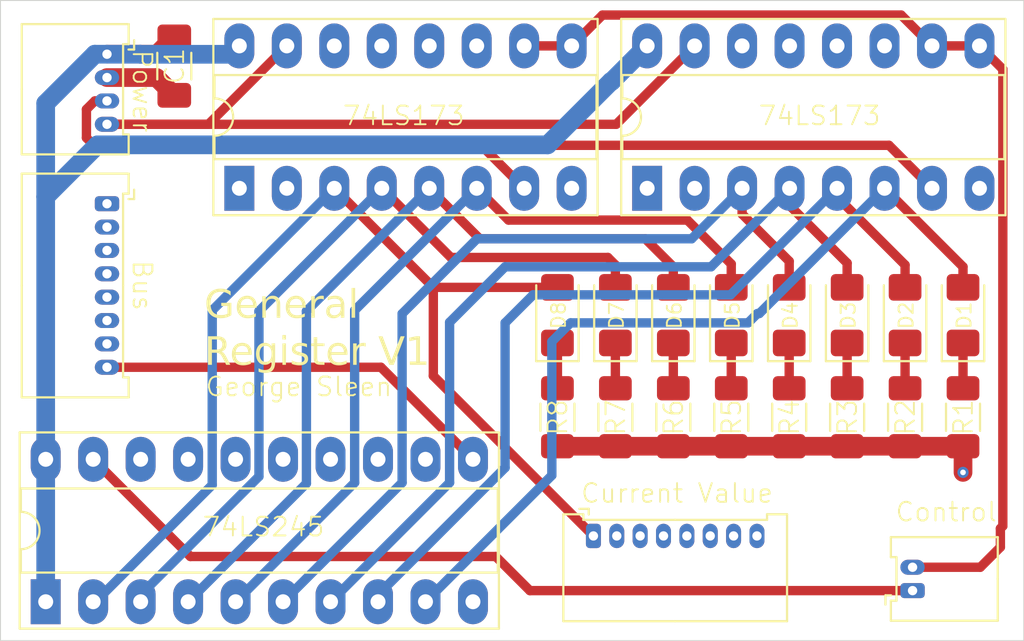
<source format=kicad_pcb>
(kicad_pcb (version 20240108) (generator "pcbnew") (generator_version "8.0")
  (layers (0 "F.Cu" signal) (1 "In1.Cu" signal) (2 "In2.Cu" signal) (31 "B.Cu" signal) (34 "B.Paste" user) (35 "F.Paste" user) (36 "B.SilkS" user "B.Silkscreen") (37 "F.SilkS" user "F.Silkscreen") (38 "B.Mask" user) (39 "F.Mask" user) (44 "Edge.Cuts" user))
  (net 0 "")
  (net 1 "Net-(D1-K)")
  (net 2 "GNDREF")
  (net 3 "Net-(D2-K)")
  (net 4 "Net-(D3-K)")
  (net 5 "Net-(D4-K)")
  (net 6 "Net-(D5-K)")
  (net 7 "Net-(D6-K)")
  (net 8 "Net-(D7-K)")
  (net 9 "Net-(D8-K)")
  (net 10 "/BUS 6")
  (net 11 "/A5")
  (net 12 "VCC")
  (net 13 "/A7")
  (net 14 "/BUS 5")
  (net 15 "/BUS 3")
  (net 16 "/A2")
  (net 17 "/A4")
  (net 18 "/BUS 1")
  (net 19 "/A6")
  (net 20 "/~{Aout}")
  (net 21 "/A0")
  (net 22 "/A1")
  (net 23 "/BUS 4")
  (net 24 "/A3")
  (net 25 "/BUS 0")
  (net 26 "/BUS 7")
  (net 27 "/BUS 2")
  (net 28 "/~{Ain}")
  (net 29 "/CLK")
  (net 30 "/CLR")
  (footprint "Capacitor_SMD:C_1206_3216Metric_Pad1.33x1.80mm_HandSolder" (layer "F.Cu") (at 99.8 63.7625 -90)
    (property "Reference" "C3" (hide yes))
    (property "Value" "0.1uF" (hide yes))
    (fp_line (start -0.711252 0.91) (end 0.711252 0.91) (stroke (width 0.12)) (layer "F.SilkS"))
    (fp_line (start -0.711252 -0.91) (end 0.711252 -0.91) (stroke (width 0.12)) (layer "F.SilkS"))
    (pad "1" smd roundrect (at -1.5625 0 270) (size 1.325 1.8) (layers "F.Cu" "F.Paste" "F.Mask") (roundrect_rratio 0.188679) (net 12 "VCC"))
    (pad "2" smd roundrect (at 1.5625 0 270) (size 1.325 1.8) (layers "F.Cu" "F.Paste" "F.Mask") (roundrect_rratio 0.188679) (net 2 "GNDREF"))
  )
  (footprint "LED_SMD:LED_1206_3216Metric_Pad1.42x1.75mm_HandSolder" (layer "F.Cu") (at 123.4 77.0875 90)
    (property "Reference" "D2" (hide yes))
    (property "Value" "LED" (hide yes))
    (fp_line (start 1.6 -1.135) (end -2.46 -1.135) (stroke (width 0.12)) (layer "F.SilkS"))
    (fp_line (start -2.46 -1.135) (end -2.46 1.135) (stroke (width 0.12)) (layer "F.SilkS"))
    (fp_line (start -2.46 1.135) (end 1.6 1.135) (stroke (width 0.12)) (layer "F.SilkS"))
    (pad "1" smd roundrect (at -1.4875 0 90) (size 1.425 1.75) (layers "F.Cu" "F.Paste" "F.Mask") (roundrect_rratio 0.175439) (net 3 "Net-(D2-K)"))
    (pad "2" smd roundrect (at 1.4875 0 90) (size 1.425 1.75) (layers "F.Cu" "F.Paste" "F.Mask") (roundrect_rratio 0.175439) (net 19 "/A6"))
  )
  (footprint "LED_SMD:LED_1206_3216Metric_Pad1.42x1.75mm_HandSolder" (layer "F.Cu") (at 126.5 77.0875 90)
    (property "Reference" "D3" (hide yes))
    (property "Value" "LED" (hide yes))
    (fp_line (start 1.6 -1.135) (end -2.46 -1.135) (stroke (width 0.12)) (layer "F.SilkS"))
    (fp_line (start -2.46 -1.135) (end -2.46 1.135) (stroke (width 0.12)) (layer "F.SilkS"))
    (fp_line (start -2.46 1.135) (end 1.6 1.135) (stroke (width 0.12)) (layer "F.SilkS"))
    (pad "1" smd roundrect (at -1.4875 0 90) (size 1.425 1.75) (layers "F.Cu" "F.Paste" "F.Mask") (roundrect_rratio 0.175439) (net 4 "Net-(D3-K)"))
    (pad "2" smd roundrect (at 1.4875 0 90) (size 1.425 1.75) (layers "F.Cu" "F.Paste" "F.Mask") (roundrect_rratio 0.175439) (net 11 "/A5"))
  )
  (footprint "Resistor_SMD:R_1206_3216Metric_Pad1.30x1.75mm_HandSolder" (layer "F.Cu") (at 135.8 82.55 -90)
    (property "Reference" "R6" (hide yes))
    (property "Value" "220" (hide yes))
    (fp_line (start -0.727064 0.91) (end 0.727064 0.91) (stroke (width 0.12)) (layer "F.SilkS"))
    (fp_line (start -0.727064 -0.91) (end 0.727064 -0.91) (stroke (width 0.12)) (layer "F.SilkS"))
    (pad "1" smd roundrect (at -1.55 0 270) (size 1.3 1.75) (layers "F.Cu" "F.Paste" "F.Mask") (roundrect_rratio 0.192308) (net 7 "Net-(D6-K)"))
    (pad "2" smd roundrect (at 1.55 0 270) (size 1.3 1.75) (layers "F.Cu" "F.Paste" "F.Mask") (roundrect_rratio 0.192308) (net 2 "GNDREF"))
  )
  (footprint "Package_DIP:DIP-16_W7.62mm_Socket_LongPads" (layer "F.Cu") (at 125.1 70.3 90)
    (property "Reference" "U5" (hide yes))
    (property "Value" "74LS173")
    (fp_line (start 9.06 -1.39) (end -1.44 -1.39) (stroke (width 0.12)) (layer "F.SilkS"))
    (fp_line (start -1.44 -1.39) (end -1.44 19.17) (stroke (width 0.12)) (layer "F.SilkS"))
    (fp_line (start 6.06 -1.33) (end 4.81 -1.33) (stroke (width 0.12)) (layer "F.SilkS"))
    (fp_line (start 2.81 -1.33) (end 1.56 -1.33) (stroke (width 0.12)) (layer "F.SilkS"))
    (fp_line (start 1.56 -1.33) (end 1.56 19.11) (stroke (width 0.12)) (layer "F.SilkS"))
    (fp_line (start 6.06 19.11) (end 6.06 -1.33) (stroke (width 0.12)) (layer "F.SilkS"))
    (fp_line (start 1.56 19.11) (end 6.06 19.11) (stroke (width 0.12)) (layer "F.SilkS"))
    (fp_line (start 9.06 19.17) (end 9.06 -1.39) (stroke (width 0.12)) (layer "F.SilkS"))
    (fp_line (start -1.44 19.17) (end 9.06 19.17) (stroke (width 0.12)) (layer "F.SilkS"))
    (fp_arc (start 4.81 -1.33) (mid 3.81 -0.33) (end 2.81 -1.33) (stroke (width 0.12)) (layer "F.SilkS"))
    (pad "1" thru_hole rect (at 0 0 90) (size 2.4 1.6) (drill 0.8) (layers "*.Cu" "*.Mask") (net 2 "GNDREF"))
    (pad "2" thru_hole oval (at 0 2.54 90) (size 2.4 1.6) (drill 0.8) (layers "*.Cu" "*.Mask") (net 2 "GNDREF"))
    (pad "3" thru_hole oval (at 0 5.08 90) (size 2.4 1.6) (drill 0.8) (layers "*.Cu" "*.Mask") (net 24 "/A3"))
    (pad "4" thru_hole oval (at 0 7.62 90) (size 2.4 1.6) (drill 0.8) (layers "*.Cu" "*.Mask") (net 16 "/A2"))
    (pad "5" thru_hole oval (at 0 10.16 90) (size 2.4 1.6) (drill 0.8) (layers "*.Cu" "*.Mask") (net 22 "/A1"))
    (pad "6" thru_hole oval (at 0 12.7 90) (size 2.4 1.6) (drill 0.8) (layers "*.Cu" "*.Mask") (net 21 "/A0"))
    (pad "7" thru_hole oval (at 0 15.24 90) (size 2.4 1.6) (drill 0.8) (layers "*.Cu" "*.Mask") (net 29 "/CLK"))
    (pad "8" thru_hole oval (at 0 17.78 90) (size 2.4 1.6) (drill 0.8) (layers "*.Cu" "*.Mask") (net 2 "GNDREF"))
    (pad "9" thru_hole oval (at 7.62 17.78 90) (size 2.4 1.6) (drill 0.8) (layers "*.Cu" "*.Mask") (net 28 "/~{Ain}"))
    (pad "10" thru_hole oval (at 7.62 15.24 90) (size 2.4 1.6) (drill 0.8) (layers "*.Cu" "*.Mask") (net 28 "/~{Ain}"))
    (pad "11" thru_hole oval (at 7.62 12.7 90) (size 2.4 1.6) (drill 0.8) (layers "*.Cu" "*.Mask") (net 25 "/BUS 0"))
    (pad "12" thru_hole oval (at 7.62 10.16 90) (size 2.4 1.6) (drill 0.8) (layers "*.Cu" "*.Mask") (net 18 "/BUS 1"))
    (pad "13" thru_hole oval (at 7.62 7.62 90) (size 2.4 1.6) (drill 0.8) (layers "*.Cu" "*.Mask") (net 27 "/BUS 2"))
    (pad "14" thru_hole oval (at 7.62 5.08 90) (size 2.4 1.6) (drill 0.8) (layers "*.Cu" "*.Mask") (net 15 "/BUS 3"))
    (pad "15" thru_hole oval (at 7.62 2.54 90) (size 2.4 1.6) (drill 0.8) (layers "*.Cu" "*.Mask") (net 30 "/CLR"))
    (pad "16" thru_hole oval (at 7.62 0 90) (size 2.4 1.6) (drill 0.8) (layers "*.Cu" "*.Mask") (net 12 "VCC"))
  )
  (footprint "Resistor_SMD:R_1206_3216Metric_Pad1.30x1.75mm_HandSolder" (layer "F.Cu") (at 120.3 82.55 -90)
    (property "Reference" "R1" (hide yes))
    (property "Value" "220" (hide yes))
    (fp_line (start -0.727064 0.91) (end 0.727064 0.91) (stroke (width 0.12)) (layer "F.SilkS"))
    (fp_line (start -0.727064 -0.91) (end 0.727064 -0.91) (stroke (width 0.12)) (layer "F.SilkS"))
    (pad "1" smd roundrect (at -1.55 0 270) (size 1.3 1.75) (layers "F.Cu" "F.Paste" "F.Mask") (roundrect_rratio 0.192308) (net 1 "Net-(D1-K)"))
    (pad "2" smd roundrect (at 1.55 0 270) (size 1.3 1.75) (layers "F.Cu" "F.Paste" "F.Mask") (roundrect_rratio 0.192308) (net 2 "GNDREF"))
  )
  (footprint "LED_SMD:LED_1206_3216Metric_Pad1.42x1.75mm_HandSolder" (layer "F.Cu") (at 138.9 77.0875 90)
    (property "Reference" "D7" (hide yes))
    (property "Value" "LED" (hide yes))
    (fp_line (start 1.6 -1.135) (end -2.46 -1.135) (stroke (width 0.12)) (layer "F.SilkS"))
    (fp_line (start -2.46 -1.135) (end -2.46 1.135) (stroke (width 0.12)) (layer "F.SilkS"))
    (fp_line (start -2.46 1.135) (end 1.6 1.135) (stroke (width 0.12)) (layer "F.SilkS"))
    (pad "1" smd roundrect (at -1.4875 0 90) (size 1.425 1.75) (layers "F.Cu" "F.Paste" "F.Mask") (roundrect_rratio 0.175439) (net 8 "Net-(D7-K)"))
    (pad "2" smd roundrect (at 1.4875 0 90) (size 1.425 1.75) (layers "F.Cu" "F.Paste" "F.Mask") (roundrect_rratio 0.175439) (net 22 "/A1"))
  )
  (footprint "Connector_Molex:Molex_PicoBlade_53048-0410_1x04_P1.25mm_Horizontal" (layer "F.Cu") (at 96.2 63.125 -90)
    (property "Reference" "J1" (hide yes))
    (property "Value" "Power")
    (fp_line (start -1.61 4.56) (end 1.875 4.56) (stroke (width 0.12)) (layer "F.SilkS"))
    (fp_line (start 5.36 4.56) (end 1.875 4.56) (stroke (width 0.12)) (layer "F.SilkS"))
    (fp_line (start -0.54 -0.86) (end -0.54 -1.16) (stroke (width 0.12)) (layer "F.SilkS"))
    (fp_line (start 1.875 -0.86) (end -0.54 -0.86) (stroke (width 0.12)) (layer "F.SilkS"))
    (fp_line (start 1.875 -0.86) (end 4.29 -0.86) (stroke (width 0.12)) (layer "F.SilkS"))
    (fp_line (start 4.29 -0.86) (end 4.29 -1.16) (stroke (width 0.12)) (layer "F.SilkS"))
    (fp_line (start -0.25 -1.15) (end -0.25 -1.45) (stroke (width 0.12)) (layer "F.SilkS"))
    (fp_line (start -1.61 -1.16) (end -1.61 4.56) (stroke (width 0.12)) (layer "F.SilkS"))
    (fp_line (start -0.54 -1.16) (end -1.61 -1.16) (stroke (width 0.12)) (layer "F.SilkS"))
    (fp_line (start 4.29 -1.16) (end 5.36 -1.16) (stroke (width 0.12)) (layer "F.SilkS"))
    (fp_line (start 5.36 -1.16) (end 5.36 4.56) (stroke (width 0.12)) (layer "F.SilkS"))
    (fp_line (start -0.25 -1.45) (end -0.75 -1.45) (stroke (width 0.12)) (layer "F.SilkS"))
    (pad "1" thru_hole roundrect (at 0 0 270) (size 0.8 1.3) (drill 0.5) (layers "*.Cu" "*.Mask") (net 12 "VCC"))
    (pad "2" thru_hole oval (at 1.25 0 270) (size 0.8 1.3) (drill 0.5) (layers "*.Cu" "*.Mask") (net 2 "GNDREF"))
    (pad "3" thru_hole oval (at 2.5 0 270) (size 0.8 1.3) (drill 0.5) (layers "*.Cu" "*.Mask") (net 29 "/CLK"))
    (pad "4" thru_hole oval (at 3.75 0 270) (size 0.8 1.3) (drill 0.5) (layers "*.Cu" "*.Mask") (net 30 "/CLR"))
  )
  (footprint "Resistor_SMD:R_1206_3216Metric_Pad1.30x1.75mm_HandSolder" (layer "F.Cu") (at 142 82.55 -90)
    (property "Reference" "R8" (hide yes))
    (property "Value" "220" (hide yes))
    (fp_line (start -0.727064 0.91) (end 0.727064 0.91) (stroke (width 0.12)) (layer "F.SilkS"))
    (fp_line (start -0.727064 -0.91) (end 0.727064 -0.91) (stroke (width 0.12)) (layer "F.SilkS"))
    (pad "1" smd roundrect (at -1.55 0 270) (size 1.3 1.75) (layers "F.Cu" "F.Paste" "F.Mask") (roundrect_rratio 0.192308) (net 9 "Net-(D8-K)"))
    (pad "2" smd roundrect (at 1.55 0 270) (size 1.3 1.75) (layers "F.Cu" "F.Paste" "F.Mask") (roundrect_rratio 0.192308) (net 2 "GNDREF"))
  )
  (footprint "LED_SMD:LED_1206_3216Metric_Pad1.42x1.75mm_HandSolder" (layer "F.Cu") (at 129.6 77.0875 90)
    (property "Reference" "D4" (hide yes))
    (property "Value" "LED" (hide yes))
    (fp_line (start 1.6 -1.135) (end -2.46 -1.135) (stroke (width 0.12)) (layer "F.SilkS"))
    (fp_line (start -2.46 -1.135) (end -2.46 1.135) (stroke (width 0.12)) (layer "F.SilkS"))
    (fp_line (start -2.46 1.135) (end 1.6 1.135) (stroke (width 0.12)) (layer "F.SilkS"))
    (pad "1" smd roundrect (at -1.4875 0 90) (size 1.425 1.75) (layers "F.Cu" "F.Paste" "F.Mask") (roundrect_rratio 0.175439) (net 5 "Net-(D4-K)"))
    (pad "2" smd roundrect (at 1.4875 0 90) (size 1.425 1.75) (layers "F.Cu" "F.Paste" "F.Mask") (roundrect_rratio 0.175439) (net 17 "/A4"))
  )
  (footprint "LED_SMD:LED_1206_3216Metric_Pad1.42x1.75mm_HandSolder" (layer "F.Cu") (at 120.3 77.0875 90)
    (property "Reference" "D1" (hide yes))
    (property "Value" "LED" (hide yes))
    (fp_line (start 1.6 -1.135) (end -2.46 -1.135) (stroke (width 0.12)) (layer "F.SilkS"))
    (fp_line (start -2.46 -1.135) (end -2.46 1.135) (stroke (width 0.12)) (layer "F.SilkS"))
    (fp_line (start -2.46 1.135) (end 1.6 1.135) (stroke (width 0.12)) (layer "F.SilkS"))
    (pad "1" smd roundrect (at -1.4875 0 90) (size 1.425 1.75) (layers "F.Cu" "F.Paste" "F.Mask") (roundrect_rratio 0.175439) (net 1 "Net-(D1-K)"))
    (pad "2" smd roundrect (at 1.4875 0 90) (size 1.425 1.75) (layers "F.Cu" "F.Paste" "F.Mask") (roundrect_rratio 0.175439) (net 13 "/A7"))
  )
  (footprint "Resistor_SMD:R_1206_3216Metric_Pad1.30x1.75mm_HandSolder" (layer "F.Cu") (at 123.4 82.55 -90)
    (property "Reference" "R2" (hide yes))
    (property "Value" "220" (hide yes))
    (fp_line (start -0.727064 0.91) (end 0.727064 0.91) (stroke (width 0.12)) (layer "F.SilkS"))
    (fp_line (start -0.727064 -0.91) (end 0.727064 -0.91) (stroke (width 0.12)) (layer "F.SilkS"))
    (pad "1" smd roundrect (at -1.55 0 270) (size 1.3 1.75) (layers "F.Cu" "F.Paste" "F.Mask") (roundrect_rratio 0.192308) (net 3 "Net-(D2-K)"))
    (pad "2" smd roundrect (at 1.55 0 270) (size 1.3 1.75) (layers "F.Cu" "F.Paste" "F.Mask") (roundrect_rratio 0.192308) (net 2 "GNDREF"))
  )
  (footprint "Package_DIP:DIP-20_W7.62mm_Socket_LongPads" (layer "F.Cu") (at 92.92 92.42 90)
    (property "Reference" "U6" (hide yes))
    (property "Value" "74LS245")
    (fp_line (start 9.06 -1.39) (end -1.44 -1.39) (stroke (width 0.12)) (layer "F.SilkS"))
    (fp_line (start -1.44 -1.39) (end -1.44 24.25) (stroke (width 0.12)) (layer "F.SilkS"))
    (fp_line (start 6.06 -1.33) (end 4.81 -1.33) (stroke (width 0.12)) (layer "F.SilkS"))
    (fp_line (start 2.81 -1.33) (end 1.56 -1.33) (stroke (width 0.12)) (layer "F.SilkS"))
    (fp_line (start 1.56 -1.33) (end 1.56 24.19) (stroke (width 0.12)) (layer "F.SilkS"))
    (fp_line (start 6.06 24.19) (end 6.06 -1.33) (stroke (width 0.12)) (layer "F.SilkS"))
    (fp_line (start 1.56 24.19) (end 6.06 24.19) (stroke (width 0.12)) (layer "F.SilkS"))
    (fp_line (start 9.06 24.25) (end 9.06 -1.39) (stroke (width 0.12)) (layer "F.SilkS"))
    (fp_line (start -1.44 24.25) (end 9.06 24.25) (stroke (width 0.12)) (layer "F.SilkS"))
    (fp_arc (start 4.81 -1.33) (mid 3.81 -0.33) (end 2.81 -1.33) (stroke (width 0.12)) (layer "F.SilkS"))
    (pad "1" thru_hole rect (at 0 0 90) (size 2.4 1.6) (drill 0.8) (layers "*.Cu" "*.Mask") (net 12 "VCC"))
    (pad "2" thru_hole oval (at 0 2.54 90) (size 2.4 1.6) (drill 0.8) (layers "*.Cu" "*.Mask") (net 13 "/A7"))
    (pad "3" thru_hole oval (at 0 5.08 90) (size 2.4 1.6) (drill 0.8) (layers "*.Cu" "*.Mask") (net 19 "/A6"))
    (pad "4" thru_hole oval (at 0 7.62 90) (size 2.4 1.6) (drill 0.8) (layers "*.Cu" "*.Mask") (net 11 "/A5"))
    (pad "5" thru_hole oval (at 0 10.16 90) (size 2.4 1.6) (drill 0.8) (layers "*.Cu" "*.Mask") (net 17 "/A4"))
    (pad "6" thru_hole oval (at 0 12.7 90) (size 2.4 1.6) (drill 0.8) (layers "*.Cu" "*.Mask") (net 24 "/A3"))
    (pad "7" thru_hole oval (at 0 15.24 90) (size 2.4 1.6) (drill 0.8) (layers "*.Cu" "*.Mask") (net 16 "/A2"))
    (pad "8" thru_hole oval (at 0 17.78 90) (size 2.4 1.6) (drill 0.8) (layers "*.Cu" "*.Mask") (net 22 "/A1"))
    (pad "9" thru_hole oval (at 0 20.32 90) (size 2.4 1.6) (drill 0.8) (layers "*.Cu" "*.Mask") (net 21 "/A0"))
    (pad "10" thru_hole oval (at 0 22.86 90) (size 2.4 1.6) (drill 0.8) (layers "*.Cu" "*.Mask") (net 2 "GNDREF"))
    (pad "11" thru_hole oval (at 7.62 22.86 90) (size 2.4 1.6) (drill 0.8) (layers "*.Cu" "*.Mask") (net 25 "/BUS 0"))
    (pad "12" thru_hole oval (at 7.62 20.32 90) (size 2.4 1.6) (drill 0.8) (layers "*.Cu" "*.Mask") (net 18 "/BUS 1"))
    (pad "13" thru_hole oval (at 7.62 17.78 90) (size 2.4 1.6) (drill 0.8) (layers "*.Cu" "*.Mask") (net 27 "/BUS 2"))
    (pad "14" thru_hole oval (at 7.62 15.24 90) (size 2.4 1.6) (drill 0.8) (layers "*.Cu" "*.Mask") (net 15 "/BUS 3"))
    (pad "15" thru_hole oval (at 7.62 12.7 90) (size 2.4 1.6) (drill 0.8) (layers "*.Cu" "*.Mask") (net 23 "/BUS 4"))
    (pad "16" thru_hole oval (at 7.62 10.16 90) (size 2.4 1.6) (drill 0.8) (layers "*.Cu" "*.Mask") (net 14 "/BUS 5"))
    (pad "17" thru_hole oval (at 7.62 7.62 90) (size 2.4 1.6) (drill 0.8) (layers "*.Cu" "*.Mask") (net 10 "/BUS 6"))
    (pad "18" thru_hole oval (at 7.62 5.08 90) (size 2.4 1.6) (drill 0.8) (layers "*.Cu" "*.Mask") (net 26 "/BUS 7"))
    (pad "19" thru_hole oval (at 7.62 2.54 90) (size 2.4 1.6) (drill 0.8) (layers "*.Cu" "*.Mask") (net 20 "/~{Aout}"))
    (pad "20" thru_hole oval (at 7.62 0 90) (size 2.4 1.6) (drill 0.8) (layers "*.Cu" "*.Mask") (net 12 "VCC"))
  )
  (footprint "Resistor_SMD:R_1206_3216Metric_Pad1.30x1.75mm_HandSolder" (layer "F.Cu") (at 138.9 82.55 -90)
    (property "Reference" "R7" (hide yes))
    (property "Value" "220" (hide yes))
    (fp_line (start -0.727064 0.91) (end 0.727064 0.91) (stroke (width 0.12)) (layer "F.SilkS"))
    (fp_line (start -0.727064 -0.91) (end 0.727064 -0.91) (stroke (width 0.12)) (layer "F.SilkS"))
    (pad "1" smd roundrect (at -1.55 0 270) (size 1.3 1.75) (layers "F.Cu" "F.Paste" "F.Mask") (roundrect_rratio 0.192308) (net 8 "Net-(D7-K)"))
    (pad "2" smd roundrect (at 1.55 0 270) (size 1.3 1.75) (layers "F.Cu" "F.Paste" "F.Mask") (roundrect_rratio 0.192308) (net 2 "GNDREF"))
  )
  (footprint "Resistor_SMD:R_1206_3216Metric_Pad1.30x1.75mm_HandSolder" (layer "F.Cu") (at 129.6 82.55 -90)
    (property "Reference" "R4" (hide yes))
    (property "Value" "220" (hide yes))
    (fp_line (start -0.727064 0.91) (end 0.727064 0.91) (stroke (width 0.12)) (layer "F.SilkS"))
    (fp_line (start -0.727064 -0.91) (end 0.727064 -0.91) (stroke (width 0.12)) (layer "F.SilkS"))
    (pad "1" smd roundrect (at -1.55 0 270) (size 1.3 1.75) (layers "F.Cu" "F.Paste" "F.Mask") (roundrect_rratio 0.192308) (net 5 "Net-(D4-K)"))
    (pad "2" smd roundrect (at 1.55 0 270) (size 1.3 1.75) (layers "F.Cu" "F.Paste" "F.Mask") (roundrect_rratio 0.192308) (net 2 "GNDREF"))
  )
  (footprint "Resistor_SMD:R_1206_3216Metric_Pad1.30x1.75mm_HandSolder" (layer "F.Cu") (at 132.7 82.55 -90)
    (property "Reference" "R5" (hide yes))
    (property "Value" "220" (hide yes))
    (fp_line (start -0.727064 0.91) (end 0.727064 0.91) (stroke (width 0.12)) (layer "F.SilkS"))
    (fp_line (start -0.727064 -0.91) (end 0.727064 -0.91) (stroke (width 0.12)) (layer "F.SilkS"))
    (pad "1" smd roundrect (at -1.55 0 270) (size 1.3 1.75) (layers "F.Cu" "F.Paste" "F.Mask") (roundrect_rratio 0.192308) (net 6 "Net-(D5-K)"))
    (pad "2" smd roundrect (at 1.55 0 270) (size 1.3 1.75) (layers "F.Cu" "F.Paste" "F.Mask") (roundrect_rratio 0.192308) (net 2 "GNDREF"))
  )
  (footprint "Connector_Molex:Molex_PicoBlade_53048-0210_1x02_P1.25mm_Horizontal" (layer "F.Cu") (at 139.3 91.825 90)
    (property "Reference" "J3" (hide yes))
    (property "Value" "Control")
    (fp_line (start -0.25 -1.45) (end -0.75 -1.45) (stroke (width 0.12)) (layer "F.SilkS"))
    (fp_line (start 2.86 -1.16) (end 2.86 4.56) (stroke (width 0.12)) (layer "F.SilkS"))
    (fp_line (start 1.79 -1.16) (end 2.86 -1.16) (stroke (width 0.12)) (layer "F.SilkS"))
    (fp_line (start -0.54 -1.16) (end -1.61 -1.16) (stroke (width 0.12)) (layer "F.SilkS"))
    (fp_line (start -1.61 -1.16) (end -1.61 4.56) (stroke (width 0.12)) (layer "F.SilkS"))
    (fp_line (start -0.25 -1.15) (end -0.25 -1.45) (stroke (width 0.12)) (layer "F.SilkS"))
    (fp_line (start 1.79 -0.86) (end 1.79 -1.16) (stroke (width 0.12)) (layer "F.SilkS"))
    (fp_line (start 0.625 -0.86) (end 1.79 -0.86) (stroke (width 0.12)) (layer "F.SilkS"))
    (fp_line (start 0.625 -0.86) (end -0.54 -0.86) (stroke (width 0.12)) (layer "F.SilkS"))
    (fp_line (start -0.54 -0.86) (end -0.54 -1.16) (stroke (width 0.12)) (layer "F.SilkS"))
    (fp_line (start 2.86 4.56) (end 0.625 4.56) (stroke (width 0.12)) (layer "F.SilkS"))
    (fp_line (start -1.61 4.56) (end 0.625 4.56) (stroke (width 0.12)) (layer "F.SilkS"))
    (pad "1" thru_hole roundrect (at 0 0 90) (size 0.8 1.3) (drill 0.5) (layers "*.Cu" "*.Mask") (net 20 "/~{Aout}"))
    (pad "2" thru_hole oval (at 1.25 0 90) (size 0.8 1.3) (drill 0.5) (layers "*.Cu" "*.Mask") (net 28 "/~{Ain}"))
  )
  (footprint "Connector_Molex:Molex_PicoBlade_53048-0810_1x08_P1.25mm_Horizontal" (layer "F.Cu") (at 96.2 71.125 -90)
    (property "Reference" "J2" (hide yes))
    (property "Value" "Bus")
    (fp_line (start -1.61 4.56) (end 4.375 4.56) (stroke (width 0.12)) (layer "F.SilkS"))
    (fp_line (start 10.36 4.56) (end 4.375 4.56) (stroke (width 0.12)) (layer "F.SilkS"))
    (fp_line (start -0.54 -0.86) (end -0.54 -1.16) (stroke (width 0.12)) (layer "F.SilkS"))
    (fp_line (start 4.375 -0.86) (end -0.54 -0.86) (stroke (width 0.12)) (layer "F.SilkS"))
    (fp_line (start 4.375 -0.86) (end 9.29 -0.86) (stroke (width 0.12)) (layer "F.SilkS"))
    (fp_line (start 9.29 -0.86) (end 9.29 -1.16) (stroke (width 0.12)) (layer "F.SilkS"))
    (fp_line (start -0.25 -1.15) (end -0.25 -1.45) (stroke (width 0.12)) (layer "F.SilkS"))
    (fp_line (start -1.61 -1.16) (end -1.61 4.56) (stroke (width 0.12)) (layer "F.SilkS"))
    (fp_line (start -0.54 -1.16) (end -1.61 -1.16) (stroke (width 0.12)) (layer "F.SilkS"))
    (fp_line (start 9.29 -1.16) (end 10.36 -1.16) (stroke (width 0.12)) (layer "F.SilkS"))
    (fp_line (start 10.36 -1.16) (end 10.36 4.56) (stroke (width 0.12)) (layer "F.SilkS"))
    (fp_line (start -0.25 -1.45) (end -0.75 -1.45) (stroke (width 0.12)) (layer "F.SilkS"))
    (pad "1" thru_hole roundrect (at 0 0 270) (size 0.8 1.3) (drill 0.5) (layers "*.Cu" "*.Mask") (net 26 "/BUS 7"))
    (pad "2" thru_hole oval (at 1.25 0 270) (size 0.8 1.3) (drill 0.5) (layers "*.Cu" "*.Mask") (net 10 "/BUS 6"))
    (pad "3" thru_hole oval (at 2.5 0 270) (size 0.8 1.3) (drill 0.5) (layers "*.Cu" "*.Mask") (net 14 "/BUS 5"))
    (pad "4" thru_hole oval (at 3.75 0 270) (size 0.8 1.3) (drill 0.5) (layers "*.Cu" "*.Mask") (net 23 "/BUS 4"))
    (pad "5" thru_hole oval (at 5 0 270) (size 0.8 1.3) (drill 0.5) (layers "*.Cu" "*.Mask") (net 15 "/BUS 3"))
    (pad "6" thru_hole oval (at 6.25 0 270) (size 0.8 1.3) (drill 0.5) (layers "*.Cu" "*.Mask") (net 27 "/BUS 2"))
    (pad "7" thru_hole oval (at 7.5 0 270) (size 0.8 1.3) (drill 0.5) (layers "*.Cu" "*.Mask") (net 18 "/BUS 1"))
    (pad "8" thru_hole oval (at 8.75 0 270) (size 0.8 1.3) (drill 0.5) (layers "*.Cu" "*.Mask") (net 25 "/BUS 0"))
  )
  (footprint "LED_SMD:LED_1206_3216Metric_Pad1.42x1.75mm_HandSolder" (layer "F.Cu") (at 135.8 77.0875 90)
    (property "Reference" "D6" (hide yes))
    (property "Value" "LED" (hide yes))
    (fp_line (start 1.6 -1.135) (end -2.46 -1.135) (stroke (width 0.12)) (layer "F.SilkS"))
    (fp_line (start -2.46 -1.135) (end -2.46 1.135) (stroke (width 0.12)) (layer "F.SilkS"))
    (fp_line (start -2.46 1.135) (end 1.6 1.135) (stroke (width 0.12)) (layer "F.SilkS"))
    (pad "1" smd roundrect (at -1.4875 0 90) (size 1.425 1.75) (layers "F.Cu" "F.Paste" "F.Mask") (roundrect_rratio 0.175439) (net 7 "Net-(D6-K)"))
    (pad "2" smd roundrect (at 1.4875 0 90) (size 1.425 1.75) (layers "F.Cu" "F.Paste" "F.Mask") (roundrect_rratio 0.175439) (net 16 "/A2"))
  )
  (footprint "LED_SMD:LED_1206_3216Metric_Pad1.42x1.75mm_HandSolder" (layer "F.Cu") (at 142 77.0875 90)
    (property "Reference" "D8" (hide yes))
    (property "Value" "LED" (hide yes))
    (fp_line (start 1.6 -1.135) (end -2.46 -1.135) (stroke (width 0.12)) (layer "F.SilkS"))
    (fp_line (start -2.46 -1.135) (end -2.46 1.135) (stroke (width 0.12)) (layer "F.SilkS"))
    (fp_line (start -2.46 1.135) (end 1.6 1.135) (stroke (width 0.12)) (layer "F.SilkS"))
    (pad "1" smd roundrect (at -1.4875 0 90) (size 1.425 1.75) (layers "F.Cu" "F.Paste" "F.Mask") (roundrect_rratio 0.175439) (net 9 "Net-(D8-K)"))
    (pad "2" smd roundrect (at 1.4875 0 90) (size 1.425 1.75) (layers "F.Cu" "F.Paste" "F.Mask") (roundrect_rratio 0.175439) (net 21 "/A0"))
  )
  (footprint "Package_DIP:DIP-16_W7.62mm_Socket_LongPads" (layer "F.Cu") (at 103.28 70.3 90)
    (property "Reference" "U4" (hide yes))
    (property "Value" "74LS173")
    (fp_line (start 9.06 -1.39) (end -1.44 -1.39) (stroke (width 0.12)) (layer "F.SilkS"))
    (fp_line (start -1.44 -1.39) (end -1.44 19.17) (stroke (width 0.12)) (layer "F.SilkS"))
    (fp_line (start 6.06 -1.33) (end 4.81 -1.33) (stroke (width 0.12)) (layer "F.SilkS"))
    (fp_line (start 2.81 -1.33) (end 1.56 -1.33) (stroke (width 0.12)) (layer "F.SilkS"))
    (fp_line (start 1.56 -1.33) (end 1.56 19.11) (stroke (width 0.12)) (layer "F.SilkS"))
    (fp_line (start 6.06 19.11) (end 6.06 -1.33) (stroke (width 0.12)) (layer "F.SilkS"))
    (fp_line (start 1.56 19.11) (end 6.06 19.11) (stroke (width 0.12)) (layer "F.SilkS"))
    (fp_line (start 9.06 19.17) (end 9.06 -1.39) (stroke (width 0.12)) (layer "F.SilkS"))
    (fp_line (start -1.44 19.17) (end 9.06 19.17) (stroke (width 0.12)) (layer "F.SilkS"))
    (fp_arc (start 4.81 -1.33) (mid 3.81 -0.33) (end 2.81 -1.33) (stroke (width 0.12)) (layer "F.SilkS"))
    (pad "1" thru_hole rect (at 0 0 90) (size 2.4 1.6) (drill 0.8) (layers "*.Cu" "*.Mask") (net 2 "GNDREF"))
    (pad "2" thru_hole oval (at 0 2.54 90) (size 2.4 1.6) (drill 0.8) (layers "*.Cu" "*.Mask") (net 2 "GNDREF"))
    (pad "3" thru_hole oval (at 0 5.08 90) (size 2.4 1.6) (drill 0.8) (layers "*.Cu" "*.Mask") (net 13 "/A7"))
    (pad "4" thru_hole oval (at 0 7.62 90) (size 2.4 1.6) (drill 0.8) (layers "*.Cu" "*.Mask") (net 19 "/A6"))
    (pad "5" thru_hole oval (at 0 10.16 90) (size 2.4 1.6) (drill 0.8) (layers "*.Cu" "*.Mask") (net 11 "/A5"))
    (pad "6" thru_hole oval (at 0 12.7 90) (size 2.4 1.6) (drill 0.8) (layers "*.Cu" "*.Mask") (net 17 "/A4"))
    (pad "7" thru_hole oval (at 0 15.24 90) (size 2.4 1.6) (drill 0.8) (layers "*.Cu" "*.Mask") (net 29 "/CLK"))
    (pad "8" thru_hole oval (at 0 17.78 90) (size 2.4 1.6) (drill 0.8) (layers "*.Cu" "*.Mask") (net 2 "GNDREF"))
    (pad "9" thru_hole oval (at 7.62 17.78 90) (size 2.4 1.6) (drill 0.8) (layers "*.Cu" "*.Mask") (net 28 "/~{Ain}"))
    (pad "10" thru_hole oval (at 7.62 15.24 90) (size 2.4 1.6) (drill 0.8) (layers "*.Cu" "*.Mask") (net 28 "/~{Ain}"))
    (pad "11" thru_hole oval (at 7.62 12.7 90) (size 2.4 1.6) (drill 0.8) (layers "*.Cu" "*.Mask") (net 23 "/BUS 4"))
    (pad "12" thru_hole oval (at 7.62 10.16 90) (size 2.4 1.6) (drill 0.8) (layers "*.Cu" "*.Mask") (net 14 "/BUS 5"))
    (pad "13" thru_hole oval (at 7.62 7.62 90) (size 2.4 1.6) (drill 0.8) (layers "*.Cu" "*.Mask") (net 10 "/BUS 6"))
    (pad "14" thru_hole oval (at 7.62 5.08 90) (size 2.4 1.6) (drill 0.8) (layers "*.Cu" "*.Mask") (net 26 "/BUS 7"))
    (pad "15" thru_hole oval (at 7.62 2.54 90) (size 2.4 1.6) (drill 0.8) (layers "*.Cu" "*.Mask") (net 30 "/CLR"))
    (pad "16" thru_hole oval (at 7.62 0 90) (size 2.4 1.6) (drill 0.8) (layers "*.Cu" "*.Mask") (net 12 "VCC"))
  )
  (footprint "Connector_Molex:Molex_PicoBlade_53048-0810_1x08_P1.25mm_Horizontal" (layer "F.Cu") (at 122.225 88.9)
    (property "Reference" "J4" (hide yes))
    (property "Value" "A Value")
    (fp_line (start -1.61 -1.16) (end -1.61 4.56) (stroke (width 0.12)) (layer "F.SilkS"))
    (fp_line (start -1.61 4.56) (end 4.375 4.56) (stroke (width 0.12)) (layer "F.SilkS"))
    (fp_line (start -0.54 -1.16) (end -1.61 -1.16) (stroke (width 0.12)) (layer "F.SilkS"))
    (fp_line (start -0.54 -0.86) (end -0.54 -1.16) (stroke (width 0.12)) (layer "F.SilkS"))
    (fp_line (start -0.25 -1.45) (end -0.75 -1.45) (stroke (width 0.12)) (layer "F.SilkS"))
    (fp_line (start -0.25 -1.15) (end -0.25 -1.45) (stroke (width 0.12)) (layer "F.SilkS"))
    (fp_line (start 4.375 -0.86) (end -0.54 -0.86) (stroke (width 0.12)) (layer "F.SilkS"))
    (fp_line (start 4.375 -0.86) (end 9.29 -0.86) (stroke (width 0.12)) (layer "F.SilkS"))
    (fp_line (start 9.29 -1.16) (end 10.36 -1.16) (stroke (width 0.12)) (layer "F.SilkS"))
    (fp_line (start 9.29 -0.86) (end 9.29 -1.16) (stroke (width 0.12)) (layer "F.SilkS"))
    (fp_line (start 10.36 -1.16) (end 10.36 4.56) (stroke (width 0.12)) (layer "F.SilkS"))
    (fp_line (start 10.36 4.56) (end 4.375 4.56) (stroke (width 0.12)) (layer "F.SilkS"))
    (pad "1" thru_hole roundrect (at 0 0) (size 0.8 1.3) (drill 0.5) (layers "*.Cu" "*.Mask") (net 13 "/A7"))
    (pad "2" thru_hole oval (at 1.25 0) (size 0.8 1.3) (drill 0.5) (layers "*.Cu" "*.Mask") (net 19 "/A6"))
    (pad "3" thru_hole oval (at 2.5 0) (size 0.8 1.3) (drill 0.5) (layers "*.Cu" "*.Mask") (net 11 "/A5"))
    (pad "4" thru_hole oval (at 3.75 0) (size 0.8 1.3) (drill 0.5) (layers "*.Cu" "*.Mask") (net 17 "/A4"))
    (pad "5" thru_hole oval (at 5 0) (size 0.8 1.3) (drill 0.5) (layers "*.Cu" "*.Mask") (net 24 "/A3"))
    (pad "6" thru_hole oval (at 6.25 0) (size 0.8 1.3) (drill 0.5) (layers "*.Cu" "*.Mask") (net 16 "/A2"))
    (pad "7" thru_hole oval (at 7.5 0) (size 0.8 1.3) (drill 0.5) (layers "*.Cu" "*.Mask") (net 22 "/A1"))
    (pad "8" thru_hole oval (at 8.75 0) (size 0.8 1.3) (drill 0.5) (layers "*.Cu" "*.Mask") (net 21 "/A0"))
  )
  (footprint "Resistor_SMD:R_1206_3216Metric_Pad1.30x1.75mm_HandSolder" (layer "F.Cu") (at 126.5 82.55 -90)
    (property "Reference" "R3" (hide yes))
    (property "Value" "220" (hide yes))
    (fp_line (start -0.727064 0.91) (end 0.727064 0.91) (stroke (width 0.12)) (layer "F.SilkS"))
    (fp_line (start -0.727064 -0.91) (end 0.727064 -0.91) (stroke (width 0.12)) (layer "F.SilkS"))
    (pad "1" smd roundrect (at -1.55 0 270) (size 1.3 1.75) (layers "F.Cu" "F.Paste" "F.Mask") (roundrect_rratio 0.192308) (net 4 "Net-(D3-K)"))
    (pad "2" smd roundrect (at 1.55 0 270) (size 1.3 1.75) (layers "F.Cu" "F.Paste" "F.Mask") (roundrect_rratio 0.192308) (net 2 "GNDREF"))
  )
  (footprint "LED_SMD:LED_1206_3216Metric_Pad1.42x1.75mm_HandSolder" (layer "F.Cu") (at 132.7 77.0875 90)
    (property "Reference" "D5" (hide yes))
    (property "Value" "LED" (hide yes))
    (fp_line (start 1.6 -1.135) (end -2.46 -1.135) (stroke (width 0.12)) (layer "F.SilkS"))
    (fp_line (start -2.46 -1.135) (end -2.46 1.135) (stroke (width 0.12)) (layer "F.SilkS"))
    (fp_line (start -2.46 1.135) (end 1.6 1.135) (stroke (width 0.12)) (layer "F.SilkS"))
    (pad "1" smd roundrect (at -1.4875 0 90) (size 1.425 1.75) (layers "F.Cu" "F.Paste" "F.Mask") (roundrect_rratio 0.175439) (net 6 "Net-(D5-K)"))
    (pad "2" smd roundrect (at 1.4875 0 90) (size 1.425 1.75) (layers "F.Cu" "F.Paste" "F.Mask") (roundrect_rratio 0.175439) (net 24 "/A3"))
  )
  (gr_rect (start 90.5 60.25) (end 145.25 94.5) (stroke (width 0.05)) (fill none) (layer "Edge.Cuts"))
  (gr_text "R8" (at 120.9 83.6 90) (layer "F.SilkS") (effects (font (size 1 1) (thickness 0.1)) (justify left bottom)))
  (gr_text "74LS173" (at 131 67 0) (layer "F.SilkS") (effects (font (size 1 1) (thickness 0.1)) (justify left bottom)))
  (gr_text "D8\n" (at 120.8 77.9 90) (layer "F.SilkS") (effects (font (size 0.75 0.75) (thickness 0.1)) (justify left bottom)))
  (gr_text "Bus" (at 97.5 75.5 270) (layer "F.SilkS") (effects (font (size 1 1) (thickness 0.1)) (justify bottom)))
  (gr_text "D3\n" (at 136.3 77.9 90) (layer "F.SilkS") (effects (font (size 0.75 0.75) (thickness 0.1)) (justify left bottom)))
  (gr_text "Current Value" (at 126.7 87.2 0) (layer "F.SilkS") (effects (font (size 1 1) (thickness 0.1)) (justify bottom)))
  (gr_text "General\nRegister V1" (at 101.4 80 0) (layer "F.SilkS") (effects (font (size 1.5 1.5) (thickness 0.1)) (justify left bottom)))
  (gr_text "D4\n" (at 133.2 77.9 90) (layer "F.SilkS") (effects (font (size 0.75 0.75) (thickness 0.1)) (justify left bottom)))
  (gr_text "D5\n" (at 130.1 77.9 90) (layer "F.SilkS") (effects (font (size 0.75 0.75) (thickness 0.1)) (justify left bottom)))
  (gr_text "D7\n" (at 123.9 77.9 90) (layer "F.SilkS") (effects (font (size 0.75 0.75) (thickness 0.1)) (justify left bottom)))
  (gr_text "C1" (at 100.4 64.8 90) (layer "F.SilkS") (effects (font (size 1 1) (thickness 0.1)) (justify left bottom)))
  (gr_text "Power" (at 97.5 65.1 270) (layer "F.SilkS") (effects (font (size 1 1) (thickness 0.1)) (justify bottom)))
  (gr_text "R1" (at 142.6 83.6 90) (layer "F.SilkS") (effects (font (size 1 1) (thickness 0.1)) (justify left bottom)))
  (gr_text "R7\n" (at 124 83.6 90) (layer "F.SilkS") (effects (font (size 1 1) (thickness 0.1)) (justify left bottom)))
  (gr_text "R3" (at 136.4 83.6 90) (layer "F.SilkS") (effects (font (size 1 1) (thickness 0.1)) (justify left bottom)))
  (gr_text "R6\n" (at 127.1 83.6 90) (layer "F.SilkS") (effects (font (size 1 1) (thickness 0.1)) (justify left bottom)))
  (gr_text "George Sleen" (at 101.4 81.5 0) (layer "F.SilkS") (effects (font (size 1 1) (thickness 0.1)) (justify left bottom)))
  (gr_text "R5\n" (at 130.2 83.6 90) (layer "F.SilkS") (effects (font (size 1 1) (thickness 0.1)) (justify left bottom)))
  (gr_text "Control" (at 141.1 88.2 0) (layer "F.SilkS") (effects (font (size 1 1) (thickness 0.1)) (justify bottom)))
  (gr_text "R4" (at 133.3 83.6 90) (layer "F.SilkS") (effects (font (size 1 1) (thickness 0.1)) (justify left bottom)))
  (gr_text "D2\n" (at 139.4 77.9 90) (layer "F.SilkS") (effects (font (size 0.75 0.75) (thickness 0.1)) (justify left bottom)))
  (gr_text "74LS173" (at 108.75 67 0) (layer "F.SilkS") (effects (font (size 1 1) (thickness 0.1)) (justify left bottom)))
  (gr_text "D6\n" (at 127 77.9 90) (layer "F.SilkS") (effects (font (size 0.75 0.75) (thickness 0.1)) (justify left bottom)))
  (gr_text "74LS245" (at 101.25 89 0) (layer "F.SilkS") (effects (font (size 1 1) (thickness 0.1)) (justify left bottom)))
  (gr_text "D1" (at 142.5 77.9 90) (layer "F.SilkS") (effects (font (size 0.75 0.75) (thickness 0.1)) (justify left bottom)))
  (gr_text "R2" (at 139.5 83.6 90) (layer "F.SilkS") (effects (font (size 1 1) (thickness 0.1)) (justify left bottom)))
  (segment (start 120.3 78.575) (end 120.3 81) (width 0.5) (layer "F.Cu") (net 1))
  (segment (start 98.85 64.375) (end 99.8 65.325) (width 1) (layer "F.Cu") (net 2))
  (segment (start 126.5 84.1) (end 129.6 84.1) (width 1) (layer "F.Cu") (net 2))
  (segment (start 142 84.1) (end 142 85.5) (width 1) (layer "F.Cu") (net 2))
  (segment (start 142 84.1) (end 138.9 84.1) (width 1) (layer "F.Cu") (net 2))
  (segment (start 138.9 84.1) (end 135.8 84.1) (width 1) (layer "F.Cu") (net 2))
  (segment (start 132.7 84.1) (end 129.6 84.1) (width 1) (layer "F.Cu") (net 2))
  (segment (start 135.8 84.1) (end 132.7 84.1) (width 1) (layer "F.Cu") (net 2))
  (segment (start 120.3 84.1) (end 123.4 84.1) (width 1) (layer "F.Cu") (net 2))
  (segment (start 123.4 84.1) (end 126.5 84.1) (width 1) (layer "F.Cu") (net 2))
  (segment (start 96.2 64.375) (end 98.85 64.375) (width 1) (layer "F.Cu") (net 2))
  (via (at 142 85.5) (size 0.6) (drill 0.3) (layers "F.Cu" "B.Cu") (net 2))
  (segment (start 123.4 78.575) (end 123.4 81) (width 0.5) (layer "F.Cu") (net 3))
  (segment (start 126.5 78.575) (end 126.5 81) (width 0.5) (layer "F.Cu") (net 4))
  (segment (start 129.6 78.575) (end 129.6 81) (width 0.5) (layer "F.Cu") (net 5))
  (segment (start 132.7 78.575) (end 132.7 81) (width 0.5) (layer "F.Cu") (net 6))
  (segment (start 135.8 78.575) (end 135.8 81) (width 0.5) (layer "F.Cu") (net 7))
  (segment (start 138.9 78.575) (end 138.9 81) (width 0.5) (layer "F.Cu") (net 8))
  (segment (start 142 78.575) (end 142 81) (width 0.5) (layer "F.Cu") (net 9))
  (segment (start 125 73) (end 116.14 73) (width 0.5) (layer "F.Cu") (net 11))
  (segment (start 126.5 74.5) (end 125 73) (width 0.5) (layer "F.Cu") (net 11))
  (segment (start 116.14 73) (end 113.44 70.3) (width 0.5) (layer "F.Cu") (net 11))
  (segment (start 126.5 75.6) (end 126.5 74.5) (width 0.5) (layer "F.Cu") (net 11))
  (segment (start 100.54 92.42) (end 106.87 86.09) (width 0.5) (layer "B.Cu") (net 11))
  (segment (start 106.87 76.87) (end 113.44 70.3) (width 0.5) (layer "B.Cu") (net 11))
  (segment (start 106.87 86.09) (end 106.87 76.87) (width 0.5) (layer "B.Cu") (net 11))
  (segment (start 96.2 63.125) (end 98.875 63.125) (width 1) (layer "F.Cu") (net 12))
  (segment (start 98.875 63.125) (end 99.8 62.2) (width 1) (layer "F.Cu") (net 12))
  (segment (start 119.775 67.975) (end 95.695 67.975) (width 1) (layer "B.Cu") (net 12))
  (segment (start 123.17 64.58) (end 119.775 67.975) (width 1) (layer "B.Cu") (net 12))
  (segment (start 97.98 63.13) (end 102.83 63.13) (width 1) (layer "B.Cu") (net 12))
  (segment (start 123.2 64.58) (end 123.17 64.58) (width 1) (layer "B.Cu") (net 12))
  (segment (start 97.975 63.125) (end 97.98 63.13) (width 1) (layer "B.Cu") (net 12))
  (segment (start 92.92 70.75) (end 92.92 65.755) (width 1) (layer "B.Cu") (net 12))
  (segment (start 92.92 65.755) (end 95.55 63.125) (width 1) (layer "B.Cu") (net 12))
  (segment (start 95.55 63.125) (end 96.2 63.125) (width 1) (layer "B.Cu") (net 12))
  (segment (start 95.695 67.975) (end 92.92 70.75) (width 1) (layer "B.Cu") (net 12))
  (segment (start 96.2 63.125) (end 97.975 63.125) (width 1) (layer "B.Cu") (net 12))
  (segment (start 102.83 63.13) (end 103.28 62.68) (width 1) (layer "B.Cu") (net 12))
  (segment (start 125.1 62.68) (end 123.2 64.58) (width 1) (layer "B.Cu") (net 12))
  (segment (start 92.92 92.42) (end 92.92 84.8) (width 1) (layer "B.Cu") (net 12))
  (segment (start 92.92 84.8) (end 92.92 70.75) (width 1) (layer "B.Cu") (net 12))
  (segment (start 113.66 75.6) (end 108.36 70.3) (width 0.5) (layer "F.Cu") (net 13))
  (segment (start 113.66 80.335) (end 113.66 75.6) (width 0.5) (layer "F.Cu") (net 13))
  (segment (start 122.225 88.9) (end 113.66 80.335) (width 0.5) (layer "F.Cu") (net 13))
  (segment (start 120.3 75.6) (end 113.66 75.6) (width 0.5) (layer "F.Cu") (net 13))
  (segment (start 101.83 76.83) (end 108.36 70.3) (width 0.5) (layer "B.Cu") (net 13))
  (segment (start 95.46 92.42) (end 95.86 92.42) (width 0.5) (layer "B.Cu") (net 13))
  (segment (start 95.86 92.14) (end 101.83 86.17) (width 0.5) (layer "B.Cu") (net 13))
  (segment (start 95.86 92.42) (end 95.86 92.14) (width 0.5) (layer "B.Cu") (net 13))
  (segment (start 101.83 86.17) (end 101.83 76.83) (width 0.5) (layer "B.Cu") (net 13))
  (segment (start 135.8 75.6) (end 135.8 74.3) (width 0.5) (layer "F.Cu") (net 16))
  (segment (start 132.72 71.22) (end 132.72 70.3) (width 0.5) (layer "F.Cu") (net 16))
  (segment (start 135.8 74.3) (end 132.72 71.22) (width 0.5) (layer "F.Cu") (net 16))
  (segment (start 132.8 70.3) (end 132.72 70.3) (width 0.5) (layer "F.Cu") (net 16))
  (segment (start 114.53 77.47) (end 117.5 74.5) (width 0.5) (layer "B.Cu") (net 16))
  (segment (start 117.5 74.5) (end 128.52 74.5) (width 0.5) (layer "B.Cu") (net 16))
  (segment (start 108.16 92.42) (end 114.53 86.05) (width 0.5) (layer "B.Cu") (net 16))
  (segment (start 128.52 74.5) (end 132.72 70.3) (width 0.5) (layer "B.Cu") (net 16))
  (segment (start 114.53 86.05) (end 114.53 77.47) (width 0.5) (layer "B.Cu") (net 16))
  (segment (start 129.6 74.35) (end 127.25 72) (width 0.5) (layer "F.Cu") (net 17))
  (segment (start 117.68 72) (end 115.98 70.3) (width 0.5) (layer "F.Cu") (net 17))
  (segment (start 127.25 72) (end 117.68 72) (width 0.5) (layer "F.Cu") (net 17))
  (segment (start 129.6 75.6) (end 129.6 74.35) (width 0.5) (layer "F.Cu") (net 17))
  (segment (start 109.45 76.83) (end 115.98 70.3) (width 0.5) (layer "B.Cu") (net 17))
  (segment (start 109.45 86.05) (end 109.45 76.83) (width 0.5) (layer "B.Cu") (net 17))
  (segment (start 103.08 92.42) (end 109.45 86.05) (width 0.5) (layer "B.Cu") (net 17))
  (segment (start 123.4 75.6) (end 123.4 74.4) (width 0.5) (layer "F.Cu") (net 19))
  (segment (start 123.4 74.4) (end 123 74) (width 0.5) (layer "F.Cu") (net 19))
  (segment (start 114.6 74) (end 110.9 70.3) (width 0.5) (layer "F.Cu") (net 19))
  (segment (start 123 74) (end 114.6 74) (width 0.5) (layer "F.Cu") (net 19))
  (segment (start 98 92.047767) (end 104.33 85.717767) (width 0.5) (layer "B.Cu") (net 19))
  (segment (start 104.33 85.717767) (end 104.33 76.87) (width 0.5) (layer "B.Cu") (net 19))
  (segment (start 104.33 76.87) (end 110.9 70.3) (width 0.5) (layer "B.Cu") (net 19))
  (segment (start 98 92.42) (end 98 92.047767) (width 0.5) (layer "B.Cu") (net 19))
  (segment (start 118.825 91.825) (end 117 90) (width 0.5) (layer "F.Cu") (net 20))
  (segment (start 100.66 90) (end 95.46 84.8) (width 0.5) (layer "F.Cu") (net 20))
  (segment (start 139.3 91.825) (end 118.825 91.825) (width 0.5) (layer "F.Cu") (net 20))
  (segment (start 117 90) (end 100.66 90) (width 0.5) (layer "F.Cu") (net 20))
  (segment (start 142 75.6) (end 142 74.5) (width 0.5) (layer "F.Cu") (net 21))
  (segment (start 142 74.5) (end 137.8 70.3) (width 0.5) (layer "F.Cu") (net 21))
  (segment (start 120 85.66) (end 120 78.5) (width 0.5) (layer "B.Cu") (net 21))
  (segment (start 131.1 77) (end 137.8 70.3) (width 0.5) (layer "B.Cu") (net 21))
  (segment (start 120 78.5) (end 121 77.5) (width 0.5) (layer "B.Cu") (net 21))
  (segment (start 121 77.5) (end 130.5 77.5) (width 0.5) (layer "B.Cu") (net 21))
  (segment (start 113.24 92.42) (end 120 85.66) (width 0.5) (layer "B.Cu") (net 21))
  (segment (start 130.5 77.5) (end 131 77) (width 0.5) (layer "B.Cu") (net 21))
  (segment (start 131 77) (end 131.1 77) (width 0.5) (layer "B.Cu") (net 21))
  (segment (start 138.9 74.4) (end 135.26 70.76) (width 0.5) (layer "F.Cu") (net 22))
  (segment (start 135.26 70.3) (end 135.3 70.3) (width 0.5) (layer "F.Cu") (net 22))
  (segment (start 138.9 75.6) (end 138.9 74.4) (width 0.5) (layer "F.Cu") (net 22))
  (segment (start 135.26 70.76) (end 135.26 70.3) (width 0.5) (layer "F.Cu") (net 22))
  (segment (start 117.5 85.247767) (end 110.7 92.047767) (width 0.5) (layer "B.Cu") (net 22))
  (segment (start 110.7 92.047767) (end 110.7 92.42) (width 0.5) (layer "B.Cu") (net 22))
  (segment (start 135.26 70.3) (end 129.56 76) (width 0.5) (layer "B.Cu") (net 22))
  (segment (start 117.5 85.247767) (end 117.5 77.5) (width 0.5) (layer "B.Cu") (net 22))
  (segment (start 119 76) (end 129.56 76) (width 0.5) (layer "B.Cu") (net 22))
  (segment (start 117.5 77.5) (end 119 76) (width 0.5) (layer "B.Cu") (net 22))
  (segment (start 132.7 75.6) (end 132.7 74.2) (width 0.5) (layer "F.Cu") (net 24))
  (segment (start 132.7 74.2) (end 130.18 71.68) (width 0.5) (layer "F.Cu") (net 24))
  (segment (start 130.18 71.68) (end 130.18 70.3) (width 0.5) (layer "F.Cu") (net 24))
  (segment (start 116 73) (end 127.48 73) (width 0.5) (layer "B.Cu") (net 24))
  (segment (start 111.99 77.01) (end 116 73) (width 0.5) (layer "B.Cu") (net 24))
  (segment (start 111.99 86.05) (end 111.99 77.01) (width 0.5) (layer "B.Cu") (net 24))
  (segment (start 127.48 73) (end 130.18 70.3) (width 0.5) (layer "B.Cu") (net 24))
  (segment (start 105.62 92.42) (end 111.99 86.05) (width 0.5) (layer "B.Cu") (net 24))
  (segment (start 110.855 79.875) (end 115.78 84.8) (width 0.5) (layer "F.Cu") (net 25))
  (segment (start 96.2 79.875) (end 110.855 79.875) (width 0.5) (layer "F.Cu") (net 25))
  (segment (start 140.34 62.68) (end 142.88 62.68) (width 0.5) (layer "F.Cu") (net 28))
  (segment (start 144 89.5) (end 144 88.5) (width 0.5) (layer "F.Cu") (net 28))
  (segment (start 144 88.5) (end 144.13 88.37) (width 0.5) (layer "F.Cu") (net 28))
  (segment (start 122.71 61.03) (end 138.69 61.03) (width 0.5) (layer "F.Cu") (net 28))
  (segment (start 121.06 62.68) (end 122.71 61.03) (width 0.5) (layer "F.Cu") (net 28))
  (segment (start 118.52 62.68) (end 121.06 62.68) (width 0.5) (layer "F.Cu") (net 28))
  (segment (start 144.13 63.93) (end 142.88 62.68) (width 0.5) (layer "F.Cu") (net 28))
  (segment (start 142.925 90.575) (end 144 89.5) (width 0.5) (layer "F.Cu") (net 28))
  (segment (start 139.3 90.575) (end 142.925 90.575) (width 0.5) (layer "F.Cu") (net 28))
  (segment (start 144.13 88.37) (end 144.13 63.93) (width 0.5) (layer "F.Cu") (net 28))
  (segment (start 138.69 61.03) (end 140.34 62.68) (width 0.5) (layer "F.Cu") (net 28))
  (segment (start 138.04 68) (end 140.34 70.3) (width 0.5) (layer "F.Cu") (net 29))
  (segment (start 96.2 65.625) (end 95.55 65.625) (width 0.5) (layer "F.Cu") (net 29))
  (segment (start 95.1 66.075) (end 95.1 67.6) (width 0.5) (layer "F.Cu") (net 29))
  (segment (start 116.22 68) (end 138.04 68) (width 0.5) (layer "F.Cu") (net 29))
  (segment (start 95.1 67.6) (end 95.5 68) (width 0.5) (layer "F.Cu") (net 29))
  (segment (start 95.5 68) (end 116.22 68) (width 0.5) (layer "F.Cu") (net 29))
  (segment (start 116.22 68) (end 118.52 70.3) (width 0.5) (layer "F.Cu") (net 29))
  (segment (start 95.55 65.625) (end 95.1 66.075) (width 0.5) (layer "F.Cu") (net 29))
  (segment (start 96.2 66.875) (end 101.625 66.875) (width 0.5) (layer "F.Cu") (net 30))
  (segment (start 96.2 66.875) (end 123.445 66.875) (width 0.5) (layer "F.Cu") (net 30))
  (segment (start 123.445 66.875) (end 127.64 62.68) (width 0.5) (layer "F.Cu") (net 30))
  (segment (start 101.625 66.875) (end 105.82 62.68) (width 0.5) (layer "F.Cu") (net 30))
)
</source>
